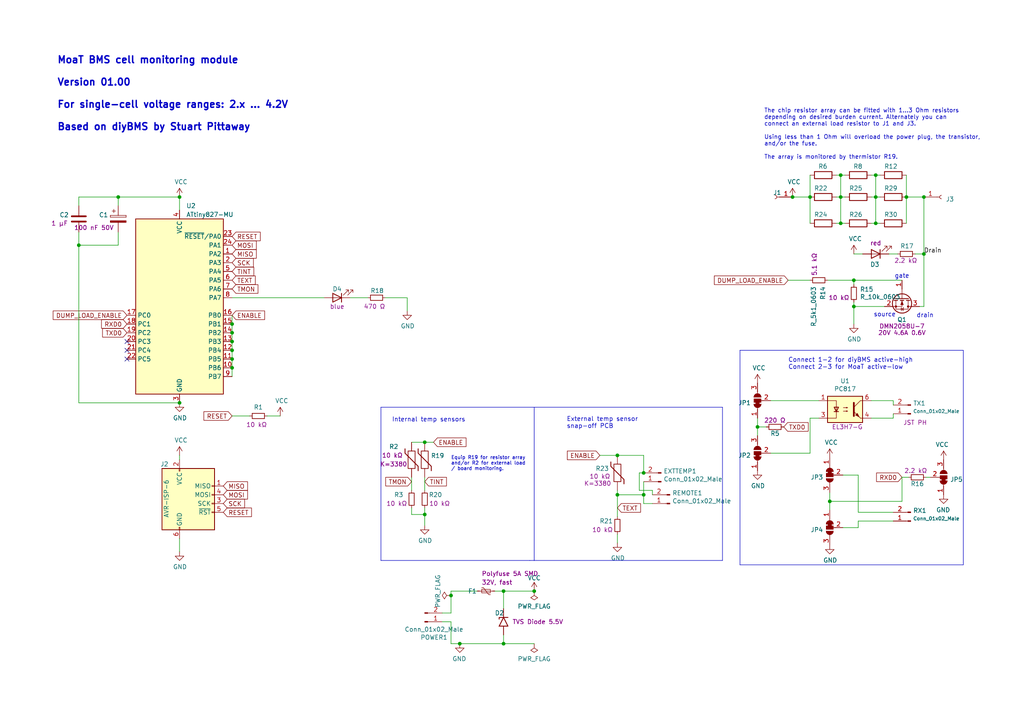
<source format=kicad_sch>
(kicad_sch (version 20220126) (generator eeschema)
  (paper "A4")
  (title_block (title "diyBMS/MoaT cell monitor module") (date "2022-04-26") (rev "01.00") (company "Stuart Pittaway, Matthias Urlichs"))
  (lib_symbols
    (symbol "Connector:AVR-ISP-6" (pin_names (offset 1.016))
      (property "Reference" "J" (at -6.35 11.43 0))
      (property "Value" "AVR-ISP-6" (at 0 11.43 0))
      (symbol "AVR-ISP-6_0_1"
        (rectangle (start -2.667 -6.858) (end -2.413 -7.62))
        (rectangle (start -2.667 10.16) (end -2.413 9.398))
        (rectangle (start 7.62 -2.413) (end 6.858 -2.667))
        (rectangle (start 7.62 0.127) (end 6.858 -0.127))
        (rectangle (start 7.62 2.667) (end 6.858 2.413))
        (rectangle (start 7.62 5.207) (end 6.858 4.953))
        (rectangle (start 7.62 10.16) (end -7.62 -7.62) (stroke (width 0.254)) (fill (type background)))
      )
      (symbol "AVR-ISP-6_1_1"
        (pin passive line (at 10.16 5.08 180) (length 2.54) (name "MISO") (number "1"))
        (pin passive line (at -2.54 12.7 270) (length 2.54) (name "VCC") (number "2"))
        (pin passive line (at 10.16 0 180) (length 2.54) (name "SCK") (number "3"))
        (pin passive line (at 10.16 2.54 180) (length 2.54) (name "MOSI") (number "4"))
        (pin passive line (at 10.16 -2.54 180) (length 2.54) (name "~{RST}") (number "5"))
        (pin passive line (at -2.54 -10.16 90) (length 2.54) (name "GND") (number "6"))
      )
    )
    (symbol "Connector:Conn_01x01_Female" (pin_names (offset 1.016) hide)
      (property "Reference" "J" (at 0 2.54 0))
      (property "Value" "Conn_01x01_Female" (at 0 -2.54 0))
      (symbol "Conn_01x01_Female_1_1"
        (polyline (pts (xy -1.27 0) (xy -0.508 0)) (stroke (width 0.1524)))
        (arc (start 0 0.508) (mid -0.5058 0) (end 0 -0.508) (stroke (width 0.1524)))
        (pin passive line (at -5.08 0 0) (length 3.81) (name "Pin_1") (number "1"))
      )
    )
    (symbol "Connector:Conn_01x02_Male" (pin_names (offset 1.016) hide)
      (property "Reference" "J" (at 0 2.54 0))
      (property "Value" "Conn_01x02_Male" (at 0 -5.08 0))
      (symbol "Conn_01x02_Male_1_1"
        (polyline (pts (xy 1.27 -2.54) (xy 0.8636 -2.54)) (stroke (width 0.1524)))
        (polyline (pts (xy 1.27 0) (xy 0.8636 0)) (stroke (width 0.1524)))
        (rectangle (start 0.8636 -2.413) (end 0 -2.667) (stroke (width 0.1524)) (fill (type outline)))
        (rectangle (start 0.8636 0.127) (end 0 -0.127) (stroke (width 0.1524)) (fill (type outline)))
        (pin passive line (at 5.08 0 180) (length 3.81) (name "Pin_1") (number "1"))
        (pin passive line (at 5.08 -2.54 180) (length 3.81) (name "Pin_2") (number "2"))
      )
    )
    (symbol "Device:LED" (pin_numbers hide) (pin_names (offset 1.016) hide)
      (property "Reference" "D" (at 0 2.54 0))
      (property "Value" "LED" (at 0 -2.54 0))
      (symbol "LED_0_1"
        (polyline (pts (xy -1.27 -1.27) (xy -1.27 1.27)) (stroke (width 0.254)))
        (polyline (pts (xy -1.27 0) (xy 1.27 0)))
        (polyline (pts (xy 1.27 -1.27) (xy 1.27 1.27) (xy -1.27 0) (xy 1.27 -1.27)) (stroke (width 0.254)))
        (polyline (pts (xy -3.048 -0.762) (xy -4.572 -2.286) (xy -3.81 -2.286) (xy -4.572 -2.286) (xy -4.572 -1.524)))
        (polyline (pts (xy -1.778 -0.762) (xy -3.302 -2.286) (xy -2.54 -2.286) (xy -3.302 -2.286) (xy -3.302 -1.524)))
      )
      (symbol "LED_1_1"
        (pin passive line (at -3.81 0 0) (length 2.54) (name "K") (number "1"))
        (pin passive line (at 3.81 0 180) (length 2.54) (name "A") (number "2"))
      )
    )
    (symbol "Device:Polyfuse_Small" (pin_numbers hide) (pin_names (offset 0))
      (property "Reference" "F" (at -1.905 0 90))
      (property "Value" "Polyfuse_Small" (at 1.905 0 90))
      (symbol "Polyfuse_Small_0_1"
        (rectangle (start -0.508 1.27) (end 0.508 -1.27))
        (polyline (pts (xy 0 2.54) (xy 0 -2.54)))
        (polyline (pts (xy -1.016 1.27) (xy -1.016 0.762) (xy 1.016 -0.762) (xy 1.016 -1.27)))
      )
      (symbol "Polyfuse_Small_1_1"
        (pin passive line (at 0 2.54 270) (length 0.635) (name "~") (number "1"))
        (pin passive line (at 0 -2.54 90) (length 0.635) (name "~") (number "2"))
      )
    )
    (symbol "Device:R" (pin_numbers hide) (pin_names (offset 0))
      (property "Reference" "R" (at 2.032 0 90))
      (property "Value" "R" (at 0 0 90))
      (symbol "R_0_1"
        (rectangle (start -1.016 -2.54) (end 1.016 2.54) (stroke (width 0.254)))
      )
      (symbol "R_1_1"
        (pin passive line (at 0 3.81 270) (length 1.27) (name "~") (number "1"))
        (pin passive line (at 0 -3.81 90) (length 1.27) (name "~") (number "2"))
      )
    )
    (symbol "Diode:SM6T6V8A" (pin_numbers hide) (pin_names (offset 1.016) hide)
      (property "Reference" "D" (at 0 2.54 0))
      (property "Value" "SM6T6V8A" (at 0 -2.54 0))
      (symbol "SM6T6V8A_0_1"
        (polyline (pts (xy -0.762 1.27) (xy -1.27 1.27) (xy -1.27 -1.27)) (stroke (width 0.254)))
        (polyline (pts (xy 1.27 1.27) (xy 1.27 -1.27) (xy -1.27 0) (xy 1.27 1.27)) (stroke (width 0.254)))
      )
      (symbol "SM6T6V8A_1_1"
        (pin passive line (at -3.81 0 0) (length 2.54) (name "A1") (number "1"))
        (pin passive line (at 3.81 0 180) (length 2.54) (name "A2") (number "2"))
      )
    )
    (symbol "Isolator:PC817" (pin_names (offset 1.016))
      (property "Reference" "U1" (at 0 8.255 0))
      (property "Value" "PC817" (at 0 5.9436 0))
      (symbol "PC817_0_1"
        (rectangle (start -5.08 3.81) (end 5.08 -3.81) (stroke (width 0.254)) (fill (type background)))
        (polyline (pts (xy -3.175 -0.635) (xy -1.905 -0.635)) (stroke (width 0.254)))
        (polyline (pts (xy 2.54 0.635) (xy 4.445 2.54)))
        (polyline (pts (xy 4.445 -2.54) (xy 2.54 -0.635)) (fill (type outline)))
        (polyline (pts (xy 4.445 -2.54) (xy 5.08 -2.54)))
        (polyline (pts (xy 4.445 2.54) (xy 5.08 2.54)))
        (polyline (pts (xy -5.08 2.54) (xy -2.54 2.54) (xy -2.54 -0.635)))
        (polyline (pts (xy -2.54 -0.635) (xy -2.54 -2.54) (xy -5.08 -2.54)))
        (polyline (pts (xy 2.54 1.905) (xy 2.54 -1.905) (xy 2.54 -1.905)) (stroke (width 0.508)))
        (polyline (pts (xy -2.54 -0.635) (xy -3.175 0.635) (xy -1.905 0.635) (xy -2.54 -0.635)) (stroke (width 0.254)))
        (polyline (pts (xy -0.508 -0.508) (xy 0.762 -0.508) (xy 0.381 -0.635) (xy 0.381 -0.381) (xy 0.762 -0.508)))
        (polyline (pts (xy -0.508 0.508) (xy 0.762 0.508) (xy 0.381 0.381) (xy 0.381 0.635) (xy 0.762 0.508)))
        (polyline (pts (xy 3.048 -1.651) (xy 3.556 -1.143) (xy 4.064 -2.159) (xy 3.048 -1.651) (xy 3.048 -1.651)) (fill (type outline)))
      )
      (symbol "PC817_1_1"
        (pin passive line (at -7.62 2.54 0) (length 2.54) (name "~") (number "1"))
        (pin passive line (at -7.62 -2.54 0) (length 2.54) (name "~") (number "3"))
        (pin passive line (at 7.62 -2.54 180) (length 2.54) (name "~") (number "4"))
        (pin passive line (at 7.62 2.54 180) (length 2.54) (name "~") (number "6"))
      )
    )
    (symbol "Jumper:SolderJumper_3_Bridged12" (pin_names (offset 0) hide)
      (property "Reference" "JP" (at -2.54 -2.54 0))
      (property "Value" "SolderJumper_3_Bridged12" (at 0 2.794 0))
      (symbol "SolderJumper_3_Bridged12_0_1"
        (rectangle (start -1.016 0.508) (end -0.508 -0.508) (fill (type outline)))
        (arc (start -1.016 1.016) (mid -2.0276 0) (end -1.016 -1.016))
        (arc (start -1.016 1.016) (mid -2.0276 0) (end -1.016 -1.016) (fill (type outline)))
        (rectangle (start -0.508 1.016) (end 0.508 -1.016) (fill (type outline)))
        (polyline (pts (xy -2.54 0) (xy -2.032 0)))
        (polyline (pts (xy -1.016 1.016) (xy -1.016 -1.016)))
        (polyline (pts (xy 0 -1.27) (xy 0 -1.016)))
        (polyline (pts (xy 1.016 1.016) (xy 1.016 -1.016)))
        (polyline (pts (xy 2.54 0) (xy 2.032 0)))
        (arc (start 1.016 -1.016) (mid 2.0276 0) (end 1.016 1.016))
        (arc (start 1.016 -1.016) (mid 2.0276 0) (end 1.016 1.016) (fill (type outline)))
      )
      (symbol "SolderJumper_3_Bridged12_1_1"
        (pin passive line (at -5.08 0 0) (length 2.54) (name "A") (number "1"))
        (pin passive line (at 0 -3.81 90) (length 2.54) (name "C") (number "2"))
        (pin passive line (at 5.08 0 180) (length 2.54) (name "B") (number "3"))
      )
    )
    (symbol "MCU_Microchip_ATtiny:ATtiny817-M"
      (property "Reference" "U" (at -12.7 26.67 0))
      (property "Value" "ATtiny817-M" (at 2.54 -26.67 0))
      (symbol "ATtiny817-M_0_1"
        (rectangle (start -12.7 -25.4) (end 12.7 25.4) (stroke (width 0.254)) (fill (type background)))
      )
      (symbol "ATtiny817-M_1_1"
        (pin bidirectional line (at 15.24 15.24 180) (length 2.54) (name "PA2") (number "1"))
        (pin bidirectional line (at 15.24 -17.78 180) (length 2.54) (name "PB6") (number "10"))
        (pin bidirectional line (at 15.24 -15.24 180) (length 2.54) (name "PB5") (number "11"))
        (pin bidirectional line (at 15.24 -12.7 180) (length 2.54) (name "PB4") (number "12"))
        (pin bidirectional line (at 15.24 -10.16 180) (length 2.54) (name "PB3") (number "13"))
        (pin bidirectional line (at 15.24 -7.62 180) (length 2.54) (name "PB2") (number "14"))
        (pin bidirectional line (at 15.24 -5.08 180) (length 2.54) (name "PB1") (number "15"))
        (pin bidirectional line (at 15.24 -2.54 180) (length 2.54) (name "PB0") (number "16"))
        (pin bidirectional line (at -15.24 -2.54 0) (length 2.54) (name "PC0") (number "17"))
        (pin bidirectional line (at -15.24 -5.08 0) (length 2.54) (name "PC1") (number "18"))
        (pin bidirectional line (at -15.24 -7.62 0) (length 2.54) (name "PC2") (number "19"))
        (pin bidirectional line (at 15.24 12.7 180) (length 2.54) (name "PA3") (number "2"))
        (pin bidirectional line (at -15.24 -10.16 0) (length 2.54) (name "PC3") (number "20"))
        (pin bidirectional line (at -15.24 -12.7 0) (length 2.54) (name "PC4") (number "21"))
        (pin bidirectional line (at -15.24 -15.24 0) (length 2.54) (name "PC5") (number "22"))
        (pin bidirectional line (at 15.24 20.32 180) (length 2.54) (name "~{RESET}/PA0") (number "23"))
        (pin bidirectional line (at 15.24 17.78 180) (length 2.54) (name "PA1") (number "24"))
        (pin passive line (at 0 -27.94 90) (length 2.54) hide (name "GND") (number "25"))
        (pin power_in line (at 0 -27.94 90) (length 2.54) (name "GND") (number "3"))
        (pin power_in line (at 0 27.94 270) (length 2.54) (name "VCC") (number "4"))
        (pin bidirectional line (at 15.24 10.16 180) (length 2.54) (name "PA4") (number "5"))
        (pin bidirectional line (at 15.24 7.62 180) (length 2.54) (name "PA5") (number "6"))
        (pin bidirectional line (at 15.24 5.08 180) (length 2.54) (name "PA6") (number "7"))
        (pin bidirectional line (at 15.24 2.54 180) (length 2.54) (name "PA7") (number "8"))
        (pin bidirectional line (at 15.24 -20.32 180) (length 2.54) (name "PB7") (number "9"))
      )
    )
    (symbol "R_10k_0603_1" (pin_numbers hide) (pin_names (offset 0.254) hide)
      (property "Reference" "R" (at -1.27 0.635 0))
      (property "Display" "10 kΩ" (at -1.27 -1.27 0))
      (symbol "R_10k_0603_1_0_1"
        (rectangle (start -0.762 1.778) (end 0.762 -1.778) (stroke (width 0.2032)))
      )
      (symbol "R_10k_0603_1_1_1"
        (pin passive line (at 0 2.54 270) (length 0.762) (name "~") (number "1"))
        (pin passive line (at 0 -2.54 90) (length 0.762) (name "~") (number "2"))
      )
    )
    (symbol "R_10k_0603_2" (pin_numbers hide) (pin_names (offset 0.254) hide)
      (property "Reference" "R" (at -1.27 0.635 0))
      (property "Display" "10 kΩ" (at -1.27 -1.27 0))
      (symbol "R_10k_0603_2_0_1"
        (rectangle (start -0.762 1.778) (end 0.762 -1.778) (stroke (width 0.2032)))
      )
      (symbol "R_10k_0603_2_1_1"
        (pin passive line (at 0 2.54 270) (length 0.762) (name "~") (number "1"))
        (pin passive line (at 0 -2.54 90) (length 0.762) (name "~") (number "2"))
      )
    )
    (symbol "R_10k_0603_3" (pin_numbers hide) (pin_names (offset 0.254) hide)
      (property "Reference" "R" (at -1.27 0.635 0))
      (property "Display" "10 kΩ" (at -1.27 -1.27 0))
      (symbol "R_10k_0603_3_0_1"
        (rectangle (start -0.762 1.778) (end 0.762 -1.778) (stroke (width 0.2032)))
      )
      (symbol "R_10k_0603_3_1_1"
        (pin passive line (at 0 2.54 270) (length 0.762) (name "~") (number "1"))
        (pin passive line (at 0 -2.54 90) (length 0.762) (name "~") (number "2"))
      )
    )
    (symbol "R_2k2_0603_2" (pin_numbers hide) (pin_names (offset 0.254) hide)
      (property "Reference" "R" (at -1.27 0.635 0))
      (property "Display" "2.2 kΩ" (at -1.27 -1.27 0))
      (symbol "R_2k2_0603_2_0_1"
        (rectangle (start -0.762 1.778) (end 0.762 -1.778) (stroke (width 0.2032)))
      )
      (symbol "R_2k2_0603_2_1_1"
        (pin passive line (at 0 2.54 270) (length 0.762) (name "~") (number "1"))
        (pin passive line (at 0 -2.54 90) (length 0.762) (name "~") (number "2"))
      )
    )
    (symbol "Rth_10k_SMD_1" (pin_numbers hide) (pin_names (offset 0))
      (property "Reference" "R?" (at -2.032 1.016 0))
      (property "Display" "10 kΩ" (at -2.032 -1.016 0))
      (property "Display2" "K=3380" (at -1.778 -3.048 0))
      (symbol "Rth_10k_SMD_1_0_1"
        (rectangle (start -1.016 2.54) (end 1.016 -2.54) (stroke (width 0.2032)))
        (polyline (pts (xy -1.905 3.175) (xy -1.905 1.905) (xy 1.905 -1.905) (xy 1.905 -3.175) (xy 1.905 -3.175)) (stroke (width 0.254)))
      )
      (symbol "Rth_10k_SMD_1_1_1"
        (pin passive line (at 0 5.08 270) (length 2.54) (name "~") (number "1"))
        (pin passive line (at 0 -5.08 90) (length 2.54) (name "~") (number "2"))
      )
    )
    (symbol "Rth_10k_SMD_2" (pin_numbers hide) (pin_names (offset 0))
      (property "Reference" "R?" (at -2.032 1.016 0))
      (property "Display" "10 kΩ" (at -2.032 -1.016 0))
      (property "Display2" "K=3380" (at -1.778 -3.048 0))
      (symbol "Rth_10k_SMD_2_0_1"
        (rectangle (start -1.016 2.54) (end 1.016 -2.54) (stroke (width 0.2032)))
        (polyline (pts (xy -1.905 3.175) (xy -1.905 1.905) (xy 1.905 -1.905) (xy 1.905 -3.175) (xy 1.905 -3.175)) (stroke (width 0.254)))
      )
      (symbol "Rth_10k_SMD_2_1_1"
        (pin passive line (at 0 5.08 270) (length 2.54) (name "~") (number "1"))
        (pin passive line (at 0 -5.08 90) (length 2.54) (name "~") (number "2"))
      )
    )
    (symbol "localparts:CP_100n_50V_0603" (pin_numbers hide) (pin_names (offset 0.254))
      (property "Reference" "C4" (at -3.048 1.016 0))
      (property "Display" "100 nF 50V" (at -3.302 -1.27 0))
      (symbol "CP_100n_50V_0603_0_1"
        (rectangle (start -2.286 0.508) (end -2.286 1.016))
        (rectangle (start -2.286 0.508) (end 2.286 0.508))
        (polyline (pts (xy -1.778 2.286) (xy -0.762 2.286)))
        (polyline (pts (xy -1.27 2.794) (xy -1.27 1.778)))
        (rectangle (start 2.286 -0.508) (end -2.286 -1.016) (fill (type outline)))
        (rectangle (start 2.286 1.016) (end -2.286 1.016))
        (rectangle (start 2.286 1.016) (end 2.286 0.508))
      )
      (symbol "CP_100n_50V_0603_1_1"
        (pin passive line (at 0 3.81 270) (length 2.794) (name "~") (number "1"))
        (pin passive line (at 0 -3.81 90) (length 2.794) (name "~") (number "2"))
      )
    )
    (symbol "localparts:CP_1µ_10V_0603" (pin_numbers hide) (pin_names (offset 0.254))
      (property "Reference" "C" (at -3.175 1.27 0))
      (property "Display" "1 µF" (at -3.175 -1.27 0))
      (symbol "CP_1µ_10V_0603_0_1"
        (polyline (pts (xy -2.032 -0.762) (xy 2.032 -0.762)) (stroke (width 0.508)))
        (polyline (pts (xy -2.032 0.762) (xy 2.032 0.762)) (stroke (width 0.508)))
      )
      (symbol "CP_1µ_10V_0603_1_1"
        (pin passive line (at 0 3.81 270) (length 2.794) (name "~") (number "1"))
        (pin passive line (at 0 -3.81 90) (length 2.794) (name "~") (number "2"))
      )
    )
    (symbol "localparts:Q_NMOS_20V_4A_lowVth" (pin_names (offset 0) hide)
      (property "Reference" "Q" (at 0 -6.35 90))
      (property "Display" "DMN2058U-7" (at 0 0 0))
      (property "Display2" "20V 4.6A 0.6V" (at 0 0 0))
      (symbol "Q_NMOS_20V_4A_lowVth_0_1"
        (polyline (pts (xy 0.254 0) (xy -2.54 0)))
        (polyline (pts (xy 0.254 1.905) (xy 0.254 -1.905)) (stroke (width 0.254)))
        (polyline (pts (xy 0.762 -1.27) (xy 0.762 -2.286)) (stroke (width 0.254)))
        (polyline (pts (xy 0.762 0.508) (xy 0.762 -0.508)) (stroke (width 0.254)))
        (polyline (pts (xy 0.762 2.286) (xy 0.762 1.27)) (stroke (width 0.254)))
        (polyline (pts (xy 2.54 2.54) (xy 2.54 1.778)))
        (polyline (pts (xy 2.54 -2.54) (xy 2.54 0) (xy 0.762 0)))
        (polyline (pts (xy 0.762 -1.778) (xy 3.302 -1.778) (xy 3.302 1.778) (xy 0.762 1.778)))
        (polyline (pts (xy 1.016 0) (xy 2.032 0.381) (xy 2.032 -0.381) (xy 1.016 0)) (fill (type outline)))
        (polyline (pts (xy 2.794 0.508) (xy 2.921 0.381) (xy 3.683 0.381) (xy 3.81 0.254)))
        (polyline (pts (xy 3.302 0.381) (xy 2.921 -0.254) (xy 3.683 -0.254) (xy 3.302 0.381)))
        (circle (center 1.651 0) (radius 2.794) (stroke (width 0.254)))
        (circle (center 2.54 -1.778) (radius 0.254) (fill (type outline)))
        (circle (center 2.54 1.778) (radius 0.254) (fill (type outline)))
      )
      (symbol "Q_NMOS_20V_4A_lowVth_1_1"
        (pin input line (at -5.08 0 0) (length 2.54) (name "G") (number "1"))
        (pin passive line (at 2.54 -5.08 90) (length 2.54) (name "S") (number "2"))
        (pin passive line (at 2.54 5.08 270) (length 2.54) (name "D") (number "3"))
      )
    )
    (symbol "localparts:R_10k_0603" (pin_numbers hide) (pin_names (offset 0.254) hide)
      (property "Reference" "R" (at -1.27 0.635 0))
      (property "Display" "10 kΩ" (at -1.27 -1.27 0))
      (symbol "R_10k_0603_0_1"
        (rectangle (start -0.762 1.778) (end 0.762 -1.778) (stroke (width 0.2032)))
      )
      (symbol "R_10k_0603_1_1"
        (pin passive line (at 0 2.54 270) (length 0.762) (name "~") (number "1"))
        (pin passive line (at 0 -2.54 90) (length 0.762) (name "~") (number "2"))
      )
    )
    (symbol "localparts:R_1_2W" (pin_numbers hide) (pin_names (offset 0))
      (property "Reference" "R6" (at -1.1684 1.778 0))
      (symbol "R_1_2W_0_1"
        (rectangle (start -1.016 -2.54) (end 1.016 2.54) (stroke (width 0.254)))
      )
      (symbol "R_1_2W_1_1"
        (pin passive line (at 0 3.81 270) (length 1.27) (name "~") (number "1"))
        (pin passive line (at 0 -3.81 90) (length 1.27) (name "~") (number "2"))
      )
    )
    (symbol "localparts:R_220_0603" (pin_numbers hide) (pin_names (offset 0.254) hide)
      (property "Reference" "R" (at -1.27 1.143 0))
      (property "Display" "220 Ω" (at -1.27 -1.016 0))
      (symbol "R_220_0603_0_1"
        (rectangle (start -0.762 1.778) (end 0.762 -1.778) (stroke (width 0.2032)))
      )
      (symbol "R_220_0603_1_1"
        (pin passive line (at 0 2.54 270) (length 0.762) (name "~") (number "1"))
        (pin passive line (at 0 -2.54 90) (length 0.762) (name "~") (number "2"))
      )
    )
    (symbol "localparts:R_2k2_0603" (pin_numbers hide) (pin_names (offset 0.254) hide)
      (property "Reference" "R" (at -1.27 0.635 0))
      (property "Display" "2.2 kΩ" (at -1.27 -1.27 0))
      (symbol "R_2k2_0603_0_1"
        (rectangle (start -0.762 1.778) (end 0.762 -1.778) (stroke (width 0.2032)))
      )
      (symbol "R_2k2_0603_1_1"
        (pin passive line (at 0 2.54 270) (length 0.762) (name "~") (number "1"))
        (pin passive line (at 0 -2.54 90) (length 0.762) (name "~") (number "2"))
      )
    )
    (symbol "localparts:R_470_0603" (pin_numbers hide) (pin_names (offset 0.254) hide)
      (property "Reference" "R" (at -1.27 0.635 0))
      (property "Display" "470 Ω" (at -1.27 -1.27 0))
      (symbol "R_470_0603_0_1"
        (rectangle (start -0.762 1.778) (end 0.762 -1.778) (stroke (width 0.2032)))
      )
      (symbol "R_470_0603_1_1"
        (pin passive line (at 0 2.54 270) (length 0.762) (name "~") (number "1"))
        (pin passive line (at 0 -2.54 90) (length 0.762) (name "~") (number "2"))
      )
    )
    (symbol "localparts:R_5k1_0603" (pin_numbers hide) (pin_names (offset 0.254) hide)
      (property "Reference" "R" (at -1.27 0.635 0))
      (property "Value" "R_5k1_0603" (at 2.54 -1.27 0))
      (property "Display" "5.1 kΩ" (at -1.27 -1.27 0))
      (symbol "R_5k1_0603_0_1"
        (rectangle (start -0.762 1.778) (end 0.762 -1.778) (stroke (width 0.2032)))
      )
      (symbol "R_5k1_0603_1_1"
        (pin passive line (at 0 2.54 270) (length 0.762) (name "~") (number "1"))
        (pin passive line (at 0 -2.54 90) (length 0.762) (name "~") (number "2"))
      )
    )
    (symbol "localparts:Rth_10k_SMD" (pin_numbers hide) (pin_names (offset 0))
      (property "Reference" "R?" (at -2.032 1.016 0))
      (property "Display" "10 kΩ" (at -2.032 -1.016 0))
      (property "Display2" "K=3380" (at -1.778 -3.048 0))
      (symbol "Rth_10k_SMD_0_1"
        (rectangle (start -1.016 2.54) (end 1.016 -2.54) (stroke (width 0.2032)))
        (polyline (pts (xy -1.905 3.175) (xy -1.905 1.905) (xy 1.905 -1.905) (xy 1.905 -3.175) (xy 1.905 -3.175)) (stroke (width 0.254)))
      )
      (symbol "Rth_10k_SMD_1_1"
        (pin passive line (at 0 5.08 270) (length 2.54) (name "~") (number "1"))
        (pin passive line (at 0 -5.08 90) (length 2.54) (name "~") (number "2"))
      )
    )
    (symbol "power:GND" (power) (pin_names (offset 0))
      (property "Value" "GND" (at 0 -3.81 0))
      (symbol "GND_0_1"
        (polyline (pts (xy 0 0) (xy 0 -1.27) (xy 1.27 -1.27) (xy 0 -2.54) (xy -1.27 -1.27) (xy 0 -1.27)))
      )
      (symbol "GND_1_1"
        (pin power_in line (at 0 0 270) (length 0) hide (name "GND") (number "1"))
      )
    )
    (symbol "power:PWR_FLAG" (power) (pin_numbers hide) (pin_names (offset 0) hide)
      (property "Value" "PWR_FLAG" (at 0 3.81 0))
      (symbol "PWR_FLAG_0_0"
        (pin power_out line (at 0 0 90) (length 0) (name "pwr") (number "1"))
      )
      (symbol "PWR_FLAG_0_1"
        (polyline (pts (xy 0 0) (xy 0 1.27) (xy -1.016 1.905) (xy 0 2.54) (xy 1.016 1.905) (xy 0 1.27)))
      )
    )
    (symbol "power:VCC" (power) (pin_names (offset 0))
      (property "Value" "VCC" (at 0 3.81 0))
      (symbol "VCC_0_1"
        (polyline (pts (xy -0.762 1.27) (xy 0 2.54)))
        (polyline (pts (xy 0 0) (xy 0 2.54)))
        (polyline (pts (xy 0 2.54) (xy 0.762 1.27)))
      )
      (symbol "VCC_1_1"
        (pin power_in line (at 0 0 90) (length 0) hide (name "VCC") (number "1"))
      )
    )
  )
  (junction (at 243.84 57.15))
  (junction (at 154.94 171.45))
  (junction (at 254 64.77))
  (junction (at 243.84 50.8))
  (junction (at 247.65 81.28))
  (junction (at 146.05 186.69))
  (junction (at 67.31 93.98))
  (junction (at 254 57.15))
  (junction (at 67.31 96.52))
  (junction (at 229.87 57.15))
  (junction (at 240.665 145.415))
  (junction (at 130.81 172.72))
  (junction (at 179.07 143.51))
  (junction (at 52.07 116.84))
  (junction (at 123.19 128.27))
  (junction (at 123.19 149.225))
  (junction (at 234.95 57.15))
  (junction (at 262.89 57.15))
  (junction (at 133.35 186.69))
  (junction (at 243.84 64.77))
  (junction (at 247.65 88.9))
  (junction (at 179.07 132.08))
  (junction (at 34.29 57.15))
  (junction (at 186.69 137.16))
  (junction (at 67.31 101.6))
  (junction (at 67.31 99.06))
  (junction (at 186.69 143.51))
  (junction (at 67.31 106.68))
  (junction (at 67.31 104.14))
  (junction (at 267.97 57.15))
  (junction (at 254 50.8))
  (junction (at 146.05 171.45))
  (junction (at 22.86 71.12))
  (junction (at 52.07 57.15))
  (junction (at 267.97 73.66))
  (junction (at 219.71 123.825))
  (no_connect (at 36.83 104.14))
  (no_connect (at 36.83 99.06))
  (no_connect (at 36.83 101.6))
  (wire (pts (xy 262.89 57.15) (xy 267.97 57.15)))
  (wire (pts (xy 186.69 132.08) (xy 179.07 132.08)))
  (wire (pts (xy 243.84 64.77) (xy 245.11 64.77)))
  (wire (pts (xy 259.08 117.475) (xy 259.08 116.205)))
  (wire (pts (xy 118.11 86.36) (xy 118.11 90.17)))
  (wire (pts (xy 267.97 88.9) (xy 267.97 73.66)))
  (wire (pts (xy 234.95 121.285) (xy 237.49 121.285)))
  (wire (pts (xy 130.81 171.45) (xy 138.43 171.45)))
  (wire (pts (xy 261.62 138.43) (xy 263.525 138.43)))
  (wire (pts (xy 243.84 50.8) (xy 245.11 50.8)))
  (wire (pts (xy 146.05 186.69) (xy 154.94 186.69)))
  (wire (pts (xy 242.57 50.8) (xy 243.84 50.8)))
  (wire (pts (xy 146.05 176.53) (xy 146.05 171.45)))
  (wire (pts (xy 130.81 186.69) (xy 133.35 186.69)))
  (wire (pts (xy 34.29 67.31) (xy 34.29 71.12)))
  (wire (pts (xy 22.86 57.15) (xy 34.29 57.15)))
  (wire (pts (xy 67.31 104.14) (xy 67.31 106.68)))
  (polyline (pts (xy 279.4 163.83) (xy 279.4 101.6)))
  (wire (pts (xy 261.62 145.415) (xy 261.62 138.43)))
  (wire (pts (xy 234.95 121.285) (xy 234.95 131.445)))
  (polyline (pts (xy 209.55 118.11) (xy 209.55 162.56)))
  (wire (pts (xy 143.51 171.45) (xy 146.05 171.45)))
  (wire (pts (xy 248.92 151.13) (xy 259.08 151.13)))
  (wire (pts (xy 123.19 149.225) (xy 123.19 152.4)))
  (wire (pts (xy 268.605 138.43) (xy 269.875 138.43)))
  (polyline (pts (xy 110.49 162.56) (xy 153.67 162.56)))
  (wire (pts (xy 52.07 156.21) (xy 52.07 160.02)))
  (wire (pts (xy 146.05 171.45) (xy 154.94 171.45)))
  (wire (pts (xy 240.665 145.415) (xy 240.665 147.955)))
  (wire (pts (xy 22.86 116.84) (xy 52.07 116.84)))
  (wire (pts (xy 244.475 153.035) (xy 248.92 153.035)))
  (wire (pts (xy 254 57.15) (xy 254 64.77)))
  (wire (pts (xy 234.95 50.8) (xy 234.95 57.15)))
  (wire (pts (xy 248.92 137.795) (xy 248.92 148.59)))
  (wire (pts (xy 248.92 148.59) (xy 259.08 148.59)))
  (wire (pts (xy 242.57 57.15) (xy 243.84 57.15)))
  (wire (pts (xy 67.31 99.06) (xy 67.31 101.6)))
  (wire (pts (xy 189.23 143.51) (xy 189.23 142.24)))
  (polyline (pts (xy 153.67 162.56) (xy 154.94 162.56)))
  (wire (pts (xy 228.6 81.28) (xy 234.95 81.28)))
  (wire (pts (xy 186.69 146.05) (xy 186.69 143.51)))
  (polyline (pts (xy 209.55 162.56) (xy 154.94 162.56)))
  (wire (pts (xy 254 50.8) (xy 255.27 50.8)))
  (polyline (pts (xy 214.63 101.6) (xy 214.63 163.83)))
  (polyline (pts (xy 214.63 163.83) (xy 279.4 163.83)))
  (polyline (pts (xy 154.94 162.56) (xy 154.94 118.11)))
  (wire (pts (xy 67.31 86.36) (xy 93.98 86.36)))
  (wire (pts (xy 185.42 142.24) (xy 185.42 137.16)))
  (wire (pts (xy 247.65 73.66) (xy 250.19 73.66)))
  (wire (pts (xy 67.31 106.68) (xy 67.31 109.22)))
  (wire (pts (xy 22.86 71.12) (xy 34.29 71.12)))
  (wire (pts (xy 67.31 93.98) (xy 67.31 96.52)))
  (wire (pts (xy 179.07 154.94) (xy 179.07 157.48)))
  (wire (pts (xy 243.84 57.15) (xy 245.11 57.15)))
  (wire (pts (xy 185.42 137.16) (xy 186.69 137.16)))
  (wire (pts (xy 77.47 120.65) (xy 81.28 120.65)))
  (wire (pts (xy 67.31 101.6) (xy 67.31 104.14)))
  (wire (pts (xy 223.52 116.205) (xy 237.49 116.205)))
  (wire (pts (xy 52.07 57.15) (xy 52.07 60.96)))
  (wire (pts (xy 247.65 88.9) (xy 256.54 88.9)))
  (wire (pts (xy 259.08 120.015) (xy 259.08 121.285)))
  (wire (pts (xy 254 50.8) (xy 254 57.15)))
  (wire (pts (xy 173.99 132.08) (xy 179.07 132.08)))
  (wire (pts (xy 186.69 143.51) (xy 179.07 143.51)))
  (wire (pts (xy 106.68 86.36) (xy 101.6 86.36)))
  (wire (pts (xy 179.07 143.51) (xy 179.07 149.86)))
  (wire (pts (xy 234.95 57.15) (xy 234.95 64.77)))
  (wire (pts (xy 52.07 132.08) (xy 52.07 133.35)))
  (wire (pts (xy 123.19 138.43) (xy 123.19 142.24)))
  (wire (pts (xy 123.19 128.27) (xy 125.73 128.27)))
  (wire (pts (xy 252.73 50.8) (xy 254 50.8)))
  (polyline (pts (xy 279.4 101.6) (xy 214.63 101.6)))
  (wire (pts (xy 259.08 121.285) (xy 252.73 121.285)))
  (wire (pts (xy 130.81 177.8) (xy 130.81 172.72)))
  (wire (pts (xy 67.31 120.65) (xy 72.39 120.65)))
  (wire (pts (xy 247.65 81.28) (xy 247.65 82.55)))
  (wire (pts (xy 130.81 180.34) (xy 130.81 186.69)))
  (wire (pts (xy 259.08 116.205) (xy 252.73 116.205)))
  (wire (pts (xy 252.73 57.15) (xy 254 57.15)))
  (wire (pts (xy 243.84 57.15) (xy 243.84 64.77)))
  (wire (pts (xy 243.84 50.8) (xy 243.84 57.15)))
  (wire (pts (xy 248.92 151.13) (xy 248.92 153.035)))
  (wire (pts (xy 34.29 57.15) (xy 34.29 59.69)))
  (wire (pts (xy 119.38 147.32) (xy 119.38 149.225)))
  (wire (pts (xy 189.23 142.24) (xy 185.42 142.24)))
  (wire (pts (xy 67.31 91.44) (xy 67.31 93.98)))
  (wire (pts (xy 119.38 149.225) (xy 123.19 149.225)))
  (polyline (pts (xy 110.49 118.11) (xy 110.49 162.56)))
  (wire (pts (xy 262.89 50.8) (xy 262.89 57.15)))
  (wire (pts (xy 247.65 81.28) (xy 261.62 81.28)))
  (wire (pts (xy 22.86 67.31) (xy 22.86 71.12)))
  (wire (pts (xy 179.07 142.24) (xy 179.07 143.51)))
  (wire (pts (xy 240.665 142.875) (xy 240.665 145.415)))
  (wire (pts (xy 219.71 123.825) (xy 222.25 123.825)))
  (wire (pts (xy 266.7 88.9) (xy 267.97 88.9)))
  (wire (pts (xy 252.73 64.77) (xy 254 64.77)))
  (wire (pts (xy 247.65 87.63) (xy 247.65 88.9)))
  (wire (pts (xy 133.35 186.69) (xy 146.05 186.69)))
  (wire (pts (xy 265.43 73.66) (xy 267.97 73.66)))
  (wire (pts (xy 22.86 71.12) (xy 22.86 116.84)))
  (polyline (pts (xy 154.94 118.11) (xy 209.55 118.11)))
  (wire (pts (xy 267.97 57.15) (xy 267.97 73.66)))
  (wire (pts (xy 128.27 177.8) (xy 130.81 177.8)))
  (wire (pts (xy 240.03 81.28) (xy 247.65 81.28)))
  (wire (pts (xy 186.69 139.7) (xy 186.69 143.51)))
  (wire (pts (xy 146.05 186.69) (xy 146.05 184.15)))
  (wire (pts (xy 119.38 138.43) (xy 119.38 142.24)))
  (wire (pts (xy 257.81 73.66) (xy 260.35 73.66)))
  (wire (pts (xy 119.38 128.27) (xy 123.19 128.27)))
  (wire (pts (xy 219.71 121.285) (xy 219.71 123.825)))
  (wire (pts (xy 123.19 147.32) (xy 123.19 149.225)))
  (wire (pts (xy 244.475 137.795) (xy 248.92 137.795)))
  (polyline (pts (xy 154.94 118.11) (xy 110.49 118.11)))
  (wire (pts (xy 130.81 172.72) (xy 130.81 171.45)))
  (wire (pts (xy 254 64.77) (xy 255.27 64.77)))
  (wire (pts (xy 67.31 96.52) (xy 67.31 99.06)))
  (wire (pts (xy 22.86 59.69) (xy 22.86 57.15)))
  (wire (pts (xy 128.27 180.34) (xy 130.81 180.34)))
  (wire (pts (xy 242.57 64.77) (xy 243.84 64.77)))
  (wire (pts (xy 229.87 57.15) (xy 234.95 57.15)))
  (wire (pts (xy 254 57.15) (xy 255.27 57.15)))
  (wire (pts (xy 219.71 123.825) (xy 219.71 126.365)))
  (wire (pts (xy 111.76 86.36) (xy 118.11 86.36)))
  (wire (pts (xy 186.69 137.16) (xy 186.69 132.08)))
  (wire (pts (xy 240.665 145.415) (xy 261.62 145.415)))
  (wire (pts (xy 234.95 131.445) (xy 223.52 131.445)))
  (wire (pts (xy 189.23 146.05) (xy 186.69 146.05)))
  (wire (pts (xy 34.29 57.15) (xy 52.07 57.15)))
  (wire (pts (xy 262.89 57.15) (xy 262.89 64.77)))
  (wire (pts (xy 247.65 88.9) (xy 247.65 93.98)))
  (text "External temp sensor\nsnap-off PCB" (at 164.338 124.46 0) (effects (font (size 1.27 1.27)) (justify left bottom)))
  (text "The chip resistor array can be fitted with 1…3 Ohm resistors\ndepending on desired burden current. Alternately you can\nconnect an external load resistor to J1 and J3.\n\nUsing less than 1 Ohm will overload the power plug, the transistor,\nand/or the fuse.\n\nThe array is monitored by thermistor R19." (at 221.615 46.355 0) (effects (font (size 1.1938 1.1938)) (justify left bottom)))
  (text "source" (at 253.365 92.075 0) (effects (font (size 1.27 1.27)) (justify left bottom)))
  (text "Connect 1-2 for diyBMS active-high\nConnect 2-3 for MoaT active-low" (at 228.6 107.315 0) (effects (font (size 1.27 1.27)) (justify left bottom)))
  (text "gate" (at 259.461 80.899 0) (effects (font (size 1.27 1.27)) (justify left bottom)))
  (text "drain" (at 265.811 92.329 0) (effects (font (size 1.27 1.27)) (justify left bottom)))
  (text "MoaT BMS cell monitoring module\n\nVersion 01.00\n\nFor single-cell voltage ranges: 2.x … 4.2V\n\nBased on diyBMS by Stuart Pittaway" (at 16.51 38.1 0) (effects (font (size 2.0066 2.0066) (thickness 0.4013) bold) (justify left bottom)))
  (text "Equip R19 for resistor array\nand/or R2 for external load\n/ board monitoring.\n" (at 130.81 136.652 0) (effects (font (size 0.9906 0.9906)) (justify left bottom)))
  (text "Internal temp sensors\n" (at 113.665 122.555 0) (effects (font (size 1.27 1.27)) (justify left bottom)))
  (label "Drain" (at 267.97 73.66 0))
  (global_label "DUMP_LOAD_ENABLE" (shape input) (at 36.83 91.44 180) (property "Intersheet References" "${INTERSHEET_REFS}" (effects hide)))
  (global_label "ENABLE" (shape input) (at 125.73 128.27 0) (property "Intersheet References" "${INTERSHEET_REFS}" (effects hide)))
  (global_label "TEXT" (shape input) (at 67.31 81.28 0) (property "Intersheet References" "${INTERSHEET_REFS}" (effects hide)))
  (global_label "TXD0" (shape input) (at 36.83 96.52 180) (property "Intersheet References" "${INTERSHEET_REFS}" (effects hide)))
  (global_label "TEXT" (shape input) (at 179.07 147.32 0) (property "Intersheet References" "${INTERSHEET_REFS}" (effects hide)))
  (global_label "DUMP_LOAD_ENABLE" (shape input) (at 228.6 81.28 180) (property "Intersheet References" "${INTERSHEET_REFS}" (effects hide)))
  (global_label "MISO" (shape input) (at 67.31 73.66 0) (property "Intersheet References" "${INTERSHEET_REFS}" (effects hide)))
  (global_label "TINT" (shape input) (at 123.19 139.7 0) (property "Intersheet References" "${INTERSHEET_REFS}" (effects hide)))
  (global_label "RXD0" (shape input) (at 36.83 93.98 180) (property "Intersheet References" "${INTERSHEET_REFS}" (effects hide)))
  (global_label "MOSI" (shape input) (at 64.77 143.51 0) (property "Intersheet References" "${INTERSHEET_REFS}" (effects hide)))
  (global_label "TMON" (shape input) (at 67.31 83.82 0) (property "Intersheet References" "${INTERSHEET_REFS}" (effects hide)))
  (global_label "MISO" (shape input) (at 64.77 140.97 0) (property "Intersheet References" "${INTERSHEET_REFS}" (effects hide)))
  (global_label "RESET" (shape input) (at 67.31 120.65 180) (property "Intersheetrefs" "${INTERSHEET_REFS}" (effects hide)))
  (global_label "MOSI" (shape input) (at 67.31 71.12 0) (property "Intersheet References" "${INTERSHEET_REFS}" (effects hide)))
  (global_label "TMON" (shape input) (at 119.38 139.7 180) (property "Intersheet References" "${INTERSHEET_REFS}" (effects hide)))
  (global_label "RXD0" (shape input) (at 261.62 138.43 180) (property "Intersheet References" "${INTERSHEET_REFS}" (effects hide)))
  (global_label "TXD0" (shape input) (at 227.33 123.825 0) (property "Intersheet References" "${INTERSHEET_REFS}" (effects hide)))
  (global_label "RESET" (shape input) (at 64.77 148.59 0) (property "Intersheetrefs" "${INTERSHEET_REFS}" (effects hide)))
  (global_label "RESET" (shape input) (at 67.31 68.58 0) (property "Intersheetrefs" "${INTERSHEET_REFS}" (effects hide)))
  (global_label "SCK" (shape input) (at 64.77 146.05 0) (property "Intersheet References" "${INTERSHEET_REFS}" (effects hide)))
  (global_label "SCK" (shape input) (at 67.31 76.2 0) (property "Intersheet References" "${INTERSHEET_REFS}" (effects hide)))
  (global_label "ENABLE" (shape input) (at 173.99 132.08 180) (property "Intersheet References" "${INTERSHEET_REFS}" (effects hide)))
  (global_label "ENABLE" (shape input) (at 67.31 91.44 0) (property "Intersheet References" "${INTERSHEET_REFS}" (effects hide)))
  (global_label "TINT" (shape input) (at 67.31 78.74 0) (property "Intersheet References" "${INTERSHEET_REFS}" (effects hide)))
  (symbol (lib_id "Isolator:PC817") (at 245.11 118.745 0) (unit 1)
    (property "Reference" "U1" (at 245.11 110.49 0))
    (property "Value" "PC817" (at 245.11 112.8014 0))
    (property "Footprint" "Package_SO:MFSOP6-4_4.4x3.6mm_P1.27mm" (effects hide))
    (property "Datasheet" "http://www.soselectronic.cz/a_info/resource/d/pc817.pdf" (effects hide))
    (property "Farnell" "3397435" (effects hide))
    (property "Display" "EL3H7-G" (at 245.745 123.825 0))
  )
  (symbol (lib_id "Connector:Conn_01x02_Male") (at 264.16 120.015 180) (unit 1)
    (property "Reference" "TX1" (at 264.8458 116.967 0) (effects (justify right)))
    (property "Value" "Conn_01x02_Male" (at 264.8458 119.2784 0) (effects (font (size 1 1)) (justify right)))
    (property "Footprint" "Connector_JST:JST_PH_S2B-PH-K_1x02_P2.00mm_Horizontal" (effects hide))
    (property "LCSC" "C265016" (effects hide))
    (property "PartNumber" "S2B-PH-K(LF)(SN)" (effects hide))
    (property "Display" "JST PH" (at 265.43 122.555 0))
  )
  (symbol (lib_id "localparts:R_220_0603") (at 224.79 123.825 90) (unit 1)
    (property "Reference" "R5" (at 224.79 125.73 90))
    (property "Value" "R_220_0603" (effects hide))
    (property "Footprint" "Resistor_SMD:R_0603_1608Metric" (effects hide))
    (property "PartNumber" "0805W8F2200T5E" (effects hide))
    (property "LCSC" "C17557" (effects hide))
    (property "Display" "220 Ω" (at 221.615 121.92 90) (effects (justify right)))
  )
  (symbol (lib_id "Device:R") (at 238.76 50.8 90) (unit 1)
    (property "Reference" "R6" (at 240.03 48.26 90) (effects (justify left)))
    (property "Value" "R_1_2W" (effects hide))
    (property "Footprint" "Resistor_SMD:R_2010_5025Metric" (effects hide))
  )
  (symbol (lib_id "localparts:R_1_2W") (at 248.92 50.8 90) (unit 1)
    (property "Reference" "R8" (at 250.19 48.26 90) (effects (justify left)))
    (property "Value" "R_1_2W" (effects hide))
    (property "Footprint" "Resistor_SMD:R_2010_5025Metric" (effects hide))
  )
  (symbol (lib_id "localparts:R_1_2W") (at 259.08 50.8 90) (unit 1)
    (property "Reference" "R12" (at 260.35 48.26 90) (effects (justify left)))
    (property "Value" "R_1_2W" (effects hide))
    (property "Footprint" "Resistor_SMD:R_2010_5025Metric" (effects hide))
  )
  (symbol (lib_id "localparts:Q_NMOS_20V_4A_lowVth") (at 261.62 86.36 270) (unit 1)
    (property "Reference" "Q1" (at 261.62 92.71 90))
    (property "Value" "Q_NMOS_20V_4A_lowVth" (effects hide))
    (property "Footprint" "TO_SOT_Packages_SMD:SOT-23" (effects hide))
    (property "Datasheet" "https://www.farnell.com/datasheets/2211373.pdf" (effects hide))
    (property "Farnell" "2709530" (effects hide))
    (property "Display" "DMN2058U-7" (at 261.62 94.615 90))
    (property "Display2" "20V 4.6A 0.6V" (at 261.62 96.52 90))
  )
  (symbol (lib_id "localparts:R_10k_0603") (at 247.65 85.09 0) (unit 1)
    (property "Reference" "R15" (at 249.428 83.9216 0) (effects (justify left)))
    (property "Value" "R_10k_0603" (at 249.428 86.106 0) (effects (justify left)))
    (property "Footprint" "Resistor_SMD:R_0603_1608Metric" (effects hide))
    (property "PartNumber" "0805W8F1002T5E" (effects hide))
    (property "Display" "10 kΩ" (at 246.38 86.36 0) (effects (justify right)))
  )
  (symbol (lib_id "power:GND") (at 247.65 93.98 0) (unit 1)
    (property "Reference" "#PWR0110" (effects hide))
    (property "Value" "GND" (at 247.777 98.3742 0))
  )
  (symbol (lib_name "Rth_10k_SMD_2") (lib_id "localparts:Rth_10k_SMD") (at 123.19 133.35 0) (unit 1)
    (property "Reference" "R19" (at 124.968 132.1816 0) (effects (justify left)))
    (property "Value" "Rth_10k_SMD" (effects hide))
    (property "Footprint" "Resistor_SMD:R_0603_1608Metric" (effects hide))
    (property "Datasheet" "https://www.farnell.com/datasheets/2095755.pdf" (effects hide))
    (property "Farnell" "2614207" (effects hide))
    (property "Display" "10 kΩ" (effects hide))
    (property "Display2" "K=3380" (effects hide))
  )
  (symbol (lib_name "R_10k_0603_1") (lib_id "localparts:R_10k_0603") (at 123.19 144.78 0) (mirror y) (unit 1)
    (property "Reference" "R20" (at 128.27 143.51 0) (effects (justify left)))
    (property "Value" "R_10k_0603" (effects hide))
    (property "Footprint" "Resistor_SMD:R_0603_1608Metric" (effects hide))
    (property "Display" "10 kΩ" (at 124.46 146.05 0) (effects (justify right)))
  )
  (symbol (lib_id "power:GND") (at 123.19 152.4 0) (unit 1)
    (property "Reference" "#PWR0115" (effects hide))
    (property "Value" "GND" (at 123.317 156.7942 0))
  )
  (symbol (lib_id "power:VCC") (at 229.87 57.15 0) (unit 1)
    (property "Reference" "#PWR0111" (effects hide))
    (property "Value" "VCC" (at 230.3018 52.7558 0))
  )
  (symbol (lib_id "Connector:Conn_01x02_Male") (at 264.16 151.13 180) (unit 1)
    (property "Reference" "RX1" (at 264.8458 148.082 0) (effects (justify right)))
    (property "Value" "Conn_01x02_Male" (at 264.8458 150.3934 0) (effects (font (size 1 1)) (justify right)))
    (property "Footprint" "Connector_JST:JST_PH_S2B-PH-K_1x02_P2.00mm_Horizontal" (effects hide))
    (property "LCSCStockCode" "C265016" (effects hide))
    (property "PartNumber" "S2B-PH-K(LF)(SN)" (effects hide))
  )
  (symbol (lib_id "power:VCC") (at 219.71 111.125 0) (unit 1)
    (property "Reference" "#PWR0112" (effects hide))
    (property "Value" "VCC" (at 220.1418 106.7308 0))
  )
  (symbol (lib_name "R_2k2_0603_2") (lib_id "localparts:R_2k2_0603") (at 266.065 138.43 90) (mirror x) (unit 1)
    (property "Reference" "R16" (at 266.065 140.335 90))
    (property "Value" "R_2k2_0603" (effects hide))
    (property "Footprint" "Resistor_SMD:R_0603_1608Metric" (effects hide))
    (property "Display" "2.2 kΩ" (at 262.255 136.525 90) (effects (justify right)))
  )
  (symbol (lib_name "R_10k_0603_2") (lib_id "localparts:R_10k_0603") (at 179.07 152.4 0) (unit 1)
    (property "Reference" "R21" (at 177.8 151.13 0) (effects (justify right)))
    (property "Value" "R_10k_0603" (effects hide))
    (property "Footprint" "Resistor_SMD:R_0603_1608Metric" (effects hide))
    (property "Display" "10 kΩ" (at 177.8 153.67 0) (effects (justify right)))
  )
  (symbol (lib_id "power:GND") (at 179.07 157.48 0) (unit 1)
    (property "Reference" "#PWR0116" (effects hide))
    (property "Value" "GND" (at 179.197 161.8742 0))
  )
  (symbol (lib_id "Device:LED") (at 254 73.66 180) (unit 1)
    (property "Reference" "D3" (at 253.746 76.708 0))
    (property "Value" "LS R976 " (effects hide))
    (property "Footprint" "LED_SMD:LED_0805_2012Metric" (effects hide))
    (property "Datasheet" "https://www.farnell.com/datasheets/2047479.pdf" (effects hide))
    (property "Farnell" "2846594" (effects hide))
    (property "Display" "red" (at 254 70.485 0))
  )
  (symbol (lib_id "localparts:R_2k2_0603") (at 262.89 73.66 270) (unit 1)
    (property "Reference" "R17" (at 261.112 71.374 90) (effects (justify left)))
    (property "Value" "R_2k2_0603" (effects hide))
    (property "Footprint" "Resistor_SMD:R_0603_1608Metric" (effects hide))
    (property "PartNumber" "0805W8F2201T5E" (effects hide))
    (property "Display" "2.2 kΩ" (at 266.065 75.565 90) (effects (justify right)))
  )
  (symbol (lib_id "Device:LED") (at 97.79 86.36 180) (unit 1)
    (property "Reference" "D4" (at 97.79 83.82 0))
    (property "Value" "LED KPTD-2012LVQBC-D" (effects hide))
    (property "Footprint" "LED_SMD:LED_0805_2012Metric" (effects hide))
    (property "Datasheet" "https://www.farnell.com/datasheets/2579959.pdf" (effects hide))
    (property "Farnell" "2846594" (effects hide))
    (property "Display" "blue" (at 97.79 88.9 0))
  )
  (symbol (lib_id "localparts:R_470_0603") (at 109.22 86.36 270) (unit 1)
    (property "Reference" "R18" (at 107.442 84.328 90) (effects (justify left)))
    (property "Value" "R_470_0603" (effects hide))
    (property "Footprint" "Resistor_SMD:R_0603_1608Metric" (effects hide))
    (property "Display" "470 Ω" (at 111.76 88.9 90) (effects (justify right)))
  )
  (symbol (lib_id "power:GND") (at 118.11 90.17 0) (unit 1)
    (property "Reference" "#PWR0114" (effects hide))
    (property "Value" "GND" (at 118.237 94.5642 0))
  )
  (symbol (lib_id "localparts:R_5k1_0603") (at 237.49 81.28 270) (unit 1)
    (property "Reference" "R14" (at 238.6584 83.058 0) (effects (justify left)))
    (property "Value" "R_5k1_0603" (at 235.966 83.058 0) (effects (justify left)))
    (property "Footprint" "Resistor_SMD:R_0603_1608Metric" (effects hide))
    (property "Display" "5.1 kΩ" (at 236.22 80.01 0) (effects (justify right)))
  )
  (symbol (lib_id "power:VCC") (at 247.65 73.66 0) (unit 1)
    (property "Reference" "#PWR0118" (effects hide))
    (property "Value" "VCC" (at 248.0818 69.2658 0))
  )
  (symbol (lib_id "power:VCC") (at 154.94 171.45 0) (mirror y) (unit 1)
    (property "Reference" "#PWR0101" (effects hide))
    (property "Value" "VCC" (at 154.94 167.64 0))
  )
  (symbol (lib_id "power:GND") (at 133.35 186.69 0) (mirror y) (unit 1)
    (property "Reference" "#PWR0102" (effects hide))
    (property "Value" "GND" (at 133.223 191.0842 0))
  )
  (symbol (lib_id "power:PWR_FLAG") (at 154.94 186.69 0) (mirror x) (unit 1)
    (property "Reference" "#FLG0101" (effects hide))
    (property "Value" "PWR_FLAG" (at 154.94 191.1096 0))
  )
  (symbol (lib_id "power:PWR_FLAG") (at 154.94 171.45 0) (mirror x) (unit 1)
    (property "Reference" "#FLG0102" (effects hide))
    (property "Value" "PWR_FLAG" (at 154.94 175.8696 0))
  )
  (symbol (lib_id "localparts:CP_100n_50V_0603") (at 34.29 63.5 0) (unit 1)
    (property "Reference" "C1" (at 31.3944 62.3316 0) (effects (justify right)))
    (property "Value" "CP_100n_50V_0603" (effects hide))
    (property "Footprint" "Capacitor_SMD:C_0603_1608Metric" (effects hide))
    (property "LCSCStockCode" "C49678" (effects hide))
    (property "PartNumber" "CC0805KRX7R9BB104" (effects hide))
    (property "LCSC" "C14663" (effects hide))
    (property "Display" "100 nF 50V" (at 33.02 66.04 0) (effects (justify right)))
  )
  (symbol (lib_id "Connector:Conn_01x02_Male") (at 123.19 180.34 0) (mirror x) (unit 1)
    (property "Reference" "POWER1" (at 125.8824 184.8612 0))
    (property "Value" "Conn_01x02_Male" (at 125.8824 182.5498 0))
    (property "Footprint" "Connector_JST:JST_XH_S2B-XH-A-1_1x02_P2.50mm_Horizontal" (effects hide))
  )
  (symbol (lib_name "R_10k_0603_3") (lib_id "localparts:R_10k_0603") (at 74.93 120.65 270) (unit 1)
    (property "Reference" "R1" (at 74.93 118.11 90))
    (property "Value" "R_10k_0603" (effects hide))
    (property "Footprint" "Resistor_SMD:R_0603_1608Metric" (effects hide))
    (property "Display" "10 kΩ" (at 77.47 123.19 90) (effects (justify right)))
  )
  (symbol (lib_id "power:VCC") (at 81.28 120.65 0) (unit 1)
    (property "Reference" "#PWR01" (effects hide))
    (property "Value" "VCC" (at 81.7118 116.2558 0))
  )
  (symbol (lib_id "Connector:AVR-ISP-6") (at 54.61 146.05 0) (unit 1) (in_bom no)
    (property "Reference" "J2" (at 48.895 134.62 0) (effects (justify right)))
    (property "Value" "AVR-ISP-6" (at 48.26 139.065 90) (effects (justify right)))
    (property "Footprint" "localstuff:2X3_PAD" (effects hide))
    (property "Datasheet" " ~" (effects hide))
  )
  (symbol (lib_id "power:VCC") (at 52.07 132.08 0) (unit 1)
    (property "Reference" "#PWR0103" (effects hide))
    (property "Value" "VCC" (at 52.5018 127.6858 0))
  )
  (symbol (lib_id "power:GND") (at 52.07 160.02 0) (unit 1)
    (property "Reference" "#PWR0104" (effects hide))
    (property "Value" "GND" (at 52.197 164.4142 0))
  )
  (symbol (lib_id "power:GND") (at 52.07 116.84 0) (unit 1)
    (property "Reference" "#PWR0105" (effects hide))
    (property "Value" "GND" (at 52.197 121.2342 0))
  )
  (symbol (lib_id "power:VCC") (at 52.07 57.15 0) (unit 1)
    (property "Reference" "#PWR0106" (effects hide))
    (property "Value" "VCC" (at 52.5018 52.7558 0))
  )
  (symbol (lib_id "localparts:R_1_2W") (at 238.76 57.15 90) (unit 1)
    (property "Reference" "R22" (at 240.03 54.61 90) (effects (justify left)))
    (property "Value" "R_1_2W" (effects hide))
    (property "Footprint" "Resistor_SMD:R_2010_5025Metric" (effects hide))
  )
  (symbol (lib_id "localparts:R_1_2W") (at 248.92 57.15 90) (unit 1)
    (property "Reference" "R25" (at 250.19 54.61 90) (effects (justify left)))
    (property "Value" "R_1_2W" (effects hide))
    (property "Footprint" "Resistor_SMD:R_2010_5025Metric" (effects hide))
  )
  (symbol (lib_id "localparts:R_1_2W") (at 259.08 57.15 90) (unit 1)
    (property "Reference" "R29" (at 260.35 54.61 90) (effects (justify left)))
    (property "Value" "R_1_2W" (effects hide))
    (property "Footprint" "Resistor_SMD:R_2010_5025Metric" (effects hide))
  )
  (symbol (lib_id "localparts:R_1_2W") (at 238.76 64.77 90) (unit 1)
    (property "Reference" "R24" (at 240.03 62.23 90) (effects (justify left)))
    (property "Value" "R_1_2W" (effects hide))
    (property "Footprint" "Resistor_SMD:R_2010_5025Metric" (effects hide))
  )
  (symbol (lib_id "localparts:R_1_2W") (at 248.92 64.77 90) (unit 1)
    (property "Reference" "R26" (at 250.19 62.23 90) (effects (justify left)))
    (property "Value" "R_1_2W" (effects hide))
    (property "Footprint" "Resistor_SMD:R_2010_5025Metric" (effects hide))
  )
  (symbol (lib_id "localparts:R_1_2W") (at 259.08 64.77 90) (unit 1)
    (property "Reference" "R30" (at 260.35 62.23 90) (effects (justify left)))
    (property "Value" "R_1_2W" (effects hide))
    (property "Footprint" "Resistor_SMD:R_2010_5025Metric" (effects hide))
  )
  (symbol (lib_id "Connector:Conn_01x02_Male") (at 191.77 139.7 180) (unit 1)
    (property "Reference" "EXTTEMP1" (at 192.4558 136.652 0) (effects (justify right)))
    (property "Value" "Conn_01x02_Male" (at 192.4558 138.9634 0) (effects (justify right)))
    (property "Footprint" "Connector_JST:JST_PH_S2B-PH-K_1x02_P2.00mm_Horizontal" (effects hide))
    (property "LCSCStockCode" "C265016" (effects hide))
    (property "PartNumber" "S2B-PH-K(LF)(SN)" (effects hide))
  )
  (symbol (lib_id "Device:Polyfuse_Small") (at 140.97 171.45 270) (mirror x) (unit 1)
    (property "Reference" "F1" (at 135.763 171.45 90) (effects (justify left)))
    (property "Value" "MP005460" (effects hide))
    (property "Footprint" "Fuse:Fuse_0603_1608Metric" (effects hide))
    (property "Farnell" "3564719" (effects hide))
    (property "Display" "Polyfuse 5A SMD" (at 139.7 166.37 90) (effects (justify left)))
    (property "Display2" "32V, fast" (at 139.7 168.91 90) (effects (justify left)))
  )
  (symbol (lib_id "Diode:SM6T6V8A") (at 146.05 180.34 90) (mirror x) (unit 1)
    (property "Reference" "D2" (at 143.51 177.8 90) (effects (justify right)))
    (property "Value" "SMBJ6.0CD-M3/H " (effects hide))
    (property "Footprint" "Diode_SMD:D_SMB" (effects hide))
    (property "Datasheet" "https://www.farnell.com/datasheets/2257081.pdf" (effects hide))
    (property "Farnell" "2728715" (effects hide))
    (property "Display" "TVS Diode 5.5V" (at 148.59 180.34 90) (effects (justify right)))
  )
  (symbol (lib_id "Connector:Conn_01x02_Male") (at 194.31 146.05 180) (unit 1)
    (property "Reference" "REMOTE1" (at 194.9958 143.002 0) (effects (justify right)))
    (property "Value" "Conn_01x02_Male" (at 194.9958 145.3134 0) (effects (justify right)))
    (property "Footprint" "Connector_PinHeader_2.54mm:PinHeader_1x02_P2.54mm_Vertical" (effects hide))
  )
  (symbol (lib_id "localparts:CP_1µ_10V_0603") (at 22.86 63.5 0) (unit 1)
    (property "Reference" "C2" (at 19.9644 62.3316 0) (effects (justify right)))
    (property "Value" "CP_1µ_10V_0603" (effects hide))
    (property "Footprint" "Capacitor_SMD:C_0603_1608Metric" (effects hide))
    (property "Farnell" "3013419" (effects hide))
    (property "Display" "1 µF" (at 19.685 64.77 0) (effects (justify right)))
  )
  (symbol (lib_id "localparts:Rth_10k_SMD") (at 179.07 137.16 0) (unit 1)
    (property "Reference" "R23" (at 172.72 135.89 0) (effects (justify left)))
    (property "Value" "Rth_10k_SMD" (effects hide))
    (property "Footprint" "Resistor_SMD:R_0603_1608Metric" (effects hide))
    (property "Datasheet" "https://www.farnell.com/datasheets/2095755.pdf" (effects hide))
    (property "Farnell" "2614207" (effects hide))
    (property "Display" "10 kΩ" (at 177.038 138.176 0) (effects (justify right)))
    (property "Display2" "K=3380" (at 177.292 140.208 0) (effects (justify right)))
  )
  (symbol (lib_id "power:GND") (at 240.665 158.115 0) (unit 1)
    (property "Reference" "#PWR0108" (effects hide))
    (property "Value" "GND" (at 240.792 162.5092 0))
  )
  (symbol (lib_id "power:GND") (at 219.71 136.525 0) (unit 1)
    (property "Reference" "#PWR0109" (effects hide))
    (property "Value" "GND" (at 219.837 140.9192 0))
  )
  (symbol (lib_id "power:VCC") (at 273.685 133.35 0) (mirror y) (unit 1)
    (property "Reference" "#PWR02" (effects hide))
    (property "Value" "VCC" (at 273.2532 128.9558 0))
  )
  (symbol (lib_id "Connector:Conn_01x01_Female") (at 273.05 57.15 0) (unit 1) (in_bom no)
    (property "Reference" "J3" (at 274.32 57.785 0) (effects (justify left)))
    (property "Value" "Conn_01x01_Female" (effects hide))
    (property "Footprint" "TestPoint:TestPoint_THTPad_D2.5mm_Drill1.2mm" (effects hide))
  )
  (symbol (lib_id "Jumper:SolderJumper_3_Bridged12") (at 219.71 116.205 90) (unit 1) (in_bom no)
    (property "Reference" "JP1" (at 217.805 116.84 90) (effects (justify left)))
    (property "Value" "SolderJumper_3_Bridged12" (effects hide))
    (property "Footprint" "Jumper:SolderJumper-3_P1.3mm_Open_Pad1.0x1.5mm" (effects hide))
  )
  (symbol (lib_id "Connector:Conn_01x01_Female") (at 224.79 57.15 180) (unit 1) (in_bom no)
    (property "Reference" "J1" (at 225.425 55.88 0))
    (property "Value" "Conn_01x01_Female" (effects hide))
    (property "Footprint" "TestPoint:TestPoint_THTPad_D2.5mm_Drill1.2mm" (effects hide))
  )
  (symbol (lib_id "Jumper:SolderJumper_3_Bridged12") (at 273.685 138.43 270) (mirror x) (unit 1) (in_bom no)
    (property "Reference" "JP5" (at 275.59 139.065 90) (effects (justify left)))
    (property "Value" "SolderJumper_3_Bridged12" (effects hide))
    (property "Footprint" "Jumper:SolderJumper-3_P1.3mm_Open_Pad1.0x1.5mm" (effects hide))
  )
  (symbol (lib_name "R_10k_0603_1") (lib_id "localparts:R_10k_0603") (at 119.38 144.78 0) (unit 1)
    (property "Reference" "R3" (at 114.3 143.51 0) (effects (justify left)))
    (property "Value" "R_10k_0603" (effects hide))
    (property "Footprint" "Resistor_SMD:R_0603_1608Metric" (effects hide))
    (property "Display" "10 kΩ" (at 118.11 146.05 0) (effects (justify right)))
  )
  (symbol (lib_id "power:GND") (at 273.685 143.51 0) (mirror y) (unit 1)
    (property "Reference" "#PWR0107" (effects hide))
    (property "Value" "GND" (at 273.558 147.9042 0))
  )
  (symbol (lib_id "MCU_Microchip_ATtiny:ATtiny817-M") (at 52.07 88.9 0) (unit 1)
    (property "Reference" "U2" (at 54.0259 59.69 0) (effects (justify left)))
    (property "Value" "ATtiny827-MU" (at 54.0259 62.23 0) (effects (justify left)))
    (property "Footprint" "Package_DFN_QFN:QFN-24-1EP_4x4mm_P0.5mm_EP2.6x2.6mm" (effects hide))
    (property "Datasheet" "http://ww1.microchip.com/downloads/en/DeviceDoc/40001901B.pdf" (effects hide))
    (property "Farnell" "3630578" (effects hide))
    (property "Aisler" "ATTINY827-MUR " (effects hide))
  )
  (symbol (lib_name "Rth_10k_SMD_1") (lib_id "localparts:Rth_10k_SMD") (at 119.38 133.35 0) (unit 1)
    (property "Reference" "R2" (at 115.57 129.54 0) (effects (justify right)))
    (property "Value" "Rth_10k_SMD" (effects hide))
    (property "Footprint" "Resistor_SMD:R_0603_1608Metric" (effects hide))
    (property "Datasheet" "https://www.farnell.com/datasheets/2095755.pdf" (effects hide))
    (property "Farnell" "2614207" (effects hide))
    (property "Display" "10 kΩ" (at 116.84 132.08 0) (effects (justify right)))
    (property "Display2" "K=3380" (at 118.11 134.62 0) (effects (justify right)))
  )
  (symbol (lib_id "Jumper:SolderJumper_3_Bridged12") (at 219.71 131.445 90) (unit 1) (in_bom no)
    (property "Reference" "JP2" (at 217.805 132.08 90) (effects (justify left)))
    (property "Value" "SolderJumper_3_Bridged12" (effects hide))
    (property "Footprint" "Jumper:SolderJumper-3_P1.3mm_Open_Pad1.0x1.5mm" (effects hide))
  )
  (symbol (lib_id "Jumper:SolderJumper_3_Bridged12") (at 240.665 137.795 90) (mirror x) (unit 1) (in_bom no)
    (property "Reference" "JP3" (at 238.76 138.43 90) (effects (justify left)))
    (property "Value" "SolderJumper_3_Bridged12" (effects hide))
    (property "Footprint" "Jumper:SolderJumper-3_P1.3mm_Open_Pad1.0x1.5mm" (effects hide))
  )
  (symbol (lib_id "power:PWR_FLAG") (at 130.81 172.72 90) (mirror x) (unit 1)
    (property "Reference" "#FLG0103" (effects hide))
    (property "Value" "PWR_FLAG" (at 127 171.45 0))
  )
  (symbol (lib_id "Jumper:SolderJumper_3_Bridged12") (at 240.665 153.035 90) (mirror x) (unit 1) (in_bom no)
    (property "Reference" "JP4" (at 238.76 153.67 90) (effects (justify left)))
    (property "Value" "SolderJumper_3_Bridged12" (effects hide))
    (property "Footprint" "Jumper:SolderJumper-3_P1.3mm_Open_Pad1.0x1.5mm" (effects hide))
  )
  (symbol (lib_id "power:VCC") (at 240.665 132.715 0) (unit 1)
    (property "Reference" "#PWR0113" (effects hide))
    (property "Value" "VCC" (at 241.0968 128.3208 0))
  )
)
</source>
